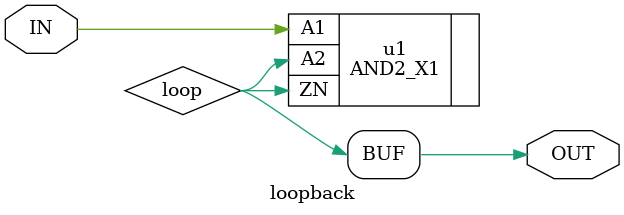
<source format=v>

module loopback (
        input wire IN,      // You can try toggling this externally
            output wire OUT     // But it won't make sense in the real world 😅
        );

            wire loop;

                AND2_X1 u1 (
                            .A1(IN),
                                    .A2(loop),
                                            .ZN(loop)    // Loopback: Output ZN drives input A2
                                                );

                                                    assign OUT = loop;

                                                    endmodule


</source>
